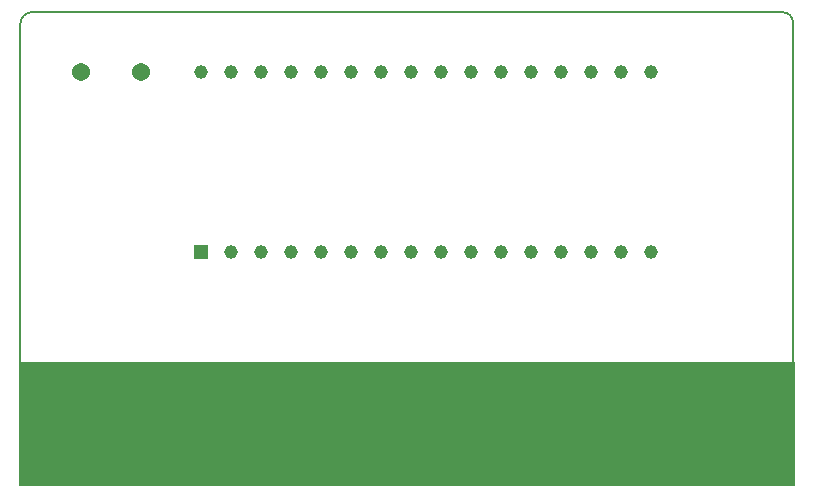
<source format=gbr>
G04 DesignSpark PCB PRO Gerber Version 10.0 Build 5299*
G04 #@! TF.Part,Single*
G04 #@! TF.FileFunction,Soldermask,Top*
G04 #@! TF.FilePolarity,Negative*
%FSLAX35Y35*%
%MOIN*%
G04 #@! TA.AperFunction,SMDPad,CuDef*
%ADD11R,0.06732X0.35472*%
G04 #@! TA.AperFunction,TestPad*
%ADD10R,2.58583X0.41339*%
G04 #@! TA.AperFunction,ComponentPad*
%ADD12R,0.04598X0.04598*%
G04 #@! TD.AperFunction*
%ADD15C,0.00500*%
G04 #@! TA.AperFunction,ComponentPad*
%ADD13C,0.04598*%
%ADD14C,0.06039*%
G04 #@! TD.AperFunction*
X0Y0D02*
D02*
D10*
X266431Y29844D03*
D02*
D11*
X146166Y31754D03*
D03*
X156166D03*
D03*
X166166D03*
D03*
X176166D03*
D03*
X186166D03*
D03*
X196166D03*
D03*
X206166D03*
D03*
X216166D03*
D03*
X226166D03*
D03*
X236166D03*
D03*
X246166D03*
D03*
X256166D03*
D03*
X266166D03*
D03*
X276166D03*
D03*
X286166D03*
D03*
X296166D03*
D03*
X306166D03*
D03*
X316166D03*
D03*
X326166D03*
D03*
X336166D03*
D03*
X346166D03*
D03*
X356166D03*
D03*
X366166D03*
D03*
X376166D03*
D03*
X386166D03*
D03*
D02*
D12*
X197672Y87378D03*
D03*
D02*
D13*
Y147378D03*
D03*
X207672Y87378D03*
D03*
Y147378D03*
D03*
X217672Y87378D03*
D03*
Y147378D03*
D03*
X227672Y87378D03*
D03*
Y147378D03*
D03*
X237672Y87378D03*
D03*
Y147378D03*
D03*
X247672Y87378D03*
D03*
Y147378D03*
D03*
X257672Y87378D03*
D03*
Y147378D03*
D03*
X267672Y87378D03*
D03*
Y147378D03*
D03*
X277672Y87378D03*
D03*
Y147378D03*
D03*
X287672Y87378D03*
D03*
Y147378D03*
D03*
X297672Y87378D03*
D03*
Y147378D03*
D03*
X307672Y87378D03*
D03*
Y147378D03*
D03*
X317672Y87378D03*
D03*
Y147378D03*
D03*
X327672Y87378D03*
D03*
Y147378D03*
D03*
X337672Y87378D03*
D03*
Y147378D03*
D03*
X347672Y87378D03*
D03*
Y147378D03*
D03*
D02*
D14*
X157662Y147344D03*
D03*
X177662D03*
D03*
D02*
D15*
X142627Y9707D02*
X389487D01*
G75*
G03*
X394985Y15204I0J5497D01*
G01*
Y163602D01*
G75*
G03*
X391412Y167174I-3573J0D01*
G01*
X141412D01*
G75*
G03*
X137347Y163109I0J-4065D01*
G01*
Y14987D01*
G75*
G03*
X142627Y9707I5280J0D01*
G01*
X0Y0D02*
M02*

</source>
